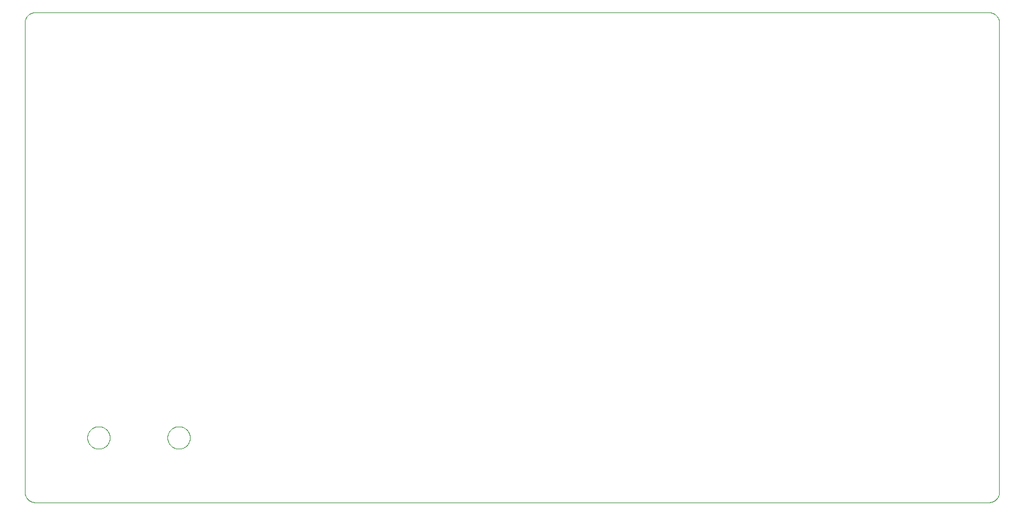
<source format=gko>
G75*
%MOIN*%
%OFA0B0*%
%FSLAX25Y25*%
%IPPOS*%
%LPD*%
%AMOC8*
5,1,8,0,0,1.08239X$1,22.5*
%
%ADD10C,0.00394*%
%ADD11C,0.00000*%
D10*
X0033109Y0146728D02*
X0568542Y0146728D01*
X0568694Y0146730D01*
X0568846Y0146736D01*
X0568998Y0146746D01*
X0569149Y0146759D01*
X0569300Y0146777D01*
X0569451Y0146798D01*
X0569601Y0146824D01*
X0569750Y0146853D01*
X0569899Y0146886D01*
X0570046Y0146923D01*
X0570193Y0146963D01*
X0570338Y0147008D01*
X0570482Y0147056D01*
X0570625Y0147108D01*
X0570767Y0147163D01*
X0570907Y0147222D01*
X0571046Y0147285D01*
X0571183Y0147351D01*
X0571318Y0147421D01*
X0571451Y0147494D01*
X0571582Y0147571D01*
X0571712Y0147651D01*
X0571839Y0147734D01*
X0571964Y0147820D01*
X0572087Y0147910D01*
X0572207Y0148003D01*
X0572325Y0148099D01*
X0572441Y0148198D01*
X0572554Y0148300D01*
X0572664Y0148404D01*
X0572772Y0148512D01*
X0572876Y0148622D01*
X0572978Y0148735D01*
X0573077Y0148851D01*
X0573173Y0148969D01*
X0573266Y0149089D01*
X0573356Y0149212D01*
X0573442Y0149337D01*
X0573525Y0149464D01*
X0573605Y0149594D01*
X0573682Y0149725D01*
X0573755Y0149858D01*
X0573825Y0149993D01*
X0573891Y0150130D01*
X0573954Y0150269D01*
X0574013Y0150409D01*
X0574068Y0150551D01*
X0574120Y0150694D01*
X0574168Y0150838D01*
X0574213Y0150983D01*
X0574253Y0151130D01*
X0574290Y0151277D01*
X0574323Y0151426D01*
X0574352Y0151575D01*
X0574378Y0151725D01*
X0574399Y0151876D01*
X0574417Y0152027D01*
X0574430Y0152178D01*
X0574440Y0152330D01*
X0574446Y0152482D01*
X0574448Y0152634D01*
X0574448Y0416413D01*
X0574446Y0416565D01*
X0574440Y0416717D01*
X0574430Y0416869D01*
X0574417Y0417020D01*
X0574399Y0417171D01*
X0574378Y0417322D01*
X0574352Y0417472D01*
X0574323Y0417621D01*
X0574290Y0417770D01*
X0574253Y0417917D01*
X0574213Y0418064D01*
X0574168Y0418209D01*
X0574120Y0418353D01*
X0574068Y0418496D01*
X0574013Y0418638D01*
X0573954Y0418778D01*
X0573891Y0418917D01*
X0573825Y0419054D01*
X0573755Y0419189D01*
X0573682Y0419322D01*
X0573605Y0419453D01*
X0573525Y0419583D01*
X0573442Y0419710D01*
X0573356Y0419835D01*
X0573266Y0419958D01*
X0573173Y0420078D01*
X0573077Y0420196D01*
X0572978Y0420312D01*
X0572876Y0420425D01*
X0572772Y0420535D01*
X0572664Y0420643D01*
X0572554Y0420747D01*
X0572441Y0420849D01*
X0572325Y0420948D01*
X0572207Y0421044D01*
X0572087Y0421137D01*
X0571964Y0421227D01*
X0571839Y0421313D01*
X0571712Y0421396D01*
X0571582Y0421476D01*
X0571451Y0421553D01*
X0571318Y0421626D01*
X0571183Y0421696D01*
X0571046Y0421762D01*
X0570907Y0421825D01*
X0570767Y0421884D01*
X0570625Y0421939D01*
X0570482Y0421991D01*
X0570338Y0422039D01*
X0570193Y0422084D01*
X0570046Y0422124D01*
X0569899Y0422161D01*
X0569750Y0422194D01*
X0569601Y0422223D01*
X0569451Y0422249D01*
X0569300Y0422270D01*
X0569149Y0422288D01*
X0568998Y0422301D01*
X0568846Y0422311D01*
X0568694Y0422317D01*
X0568542Y0422319D01*
X0033109Y0422319D01*
X0032957Y0422317D01*
X0032805Y0422311D01*
X0032653Y0422301D01*
X0032502Y0422288D01*
X0032351Y0422270D01*
X0032200Y0422249D01*
X0032050Y0422223D01*
X0031901Y0422194D01*
X0031752Y0422161D01*
X0031605Y0422124D01*
X0031458Y0422084D01*
X0031313Y0422039D01*
X0031169Y0421991D01*
X0031026Y0421939D01*
X0030884Y0421884D01*
X0030744Y0421825D01*
X0030605Y0421762D01*
X0030468Y0421696D01*
X0030333Y0421626D01*
X0030200Y0421553D01*
X0030069Y0421476D01*
X0029939Y0421396D01*
X0029812Y0421313D01*
X0029687Y0421227D01*
X0029564Y0421137D01*
X0029444Y0421044D01*
X0029326Y0420948D01*
X0029210Y0420849D01*
X0029097Y0420747D01*
X0028987Y0420643D01*
X0028879Y0420535D01*
X0028775Y0420425D01*
X0028673Y0420312D01*
X0028574Y0420196D01*
X0028478Y0420078D01*
X0028385Y0419958D01*
X0028295Y0419835D01*
X0028209Y0419710D01*
X0028126Y0419583D01*
X0028046Y0419453D01*
X0027969Y0419322D01*
X0027896Y0419189D01*
X0027826Y0419054D01*
X0027760Y0418917D01*
X0027697Y0418778D01*
X0027638Y0418638D01*
X0027583Y0418496D01*
X0027531Y0418353D01*
X0027483Y0418209D01*
X0027438Y0418064D01*
X0027398Y0417917D01*
X0027361Y0417770D01*
X0027328Y0417621D01*
X0027299Y0417472D01*
X0027273Y0417322D01*
X0027252Y0417171D01*
X0027234Y0417020D01*
X0027221Y0416869D01*
X0027211Y0416717D01*
X0027205Y0416565D01*
X0027203Y0416413D01*
X0027203Y0152634D01*
X0027205Y0152482D01*
X0027211Y0152330D01*
X0027221Y0152178D01*
X0027234Y0152027D01*
X0027252Y0151876D01*
X0027273Y0151725D01*
X0027299Y0151575D01*
X0027328Y0151426D01*
X0027361Y0151277D01*
X0027398Y0151130D01*
X0027438Y0150983D01*
X0027483Y0150838D01*
X0027531Y0150694D01*
X0027583Y0150551D01*
X0027638Y0150409D01*
X0027697Y0150269D01*
X0027760Y0150130D01*
X0027826Y0149993D01*
X0027896Y0149858D01*
X0027969Y0149725D01*
X0028046Y0149594D01*
X0028126Y0149464D01*
X0028209Y0149337D01*
X0028295Y0149212D01*
X0028385Y0149089D01*
X0028478Y0148969D01*
X0028574Y0148851D01*
X0028673Y0148735D01*
X0028775Y0148622D01*
X0028879Y0148512D01*
X0028987Y0148404D01*
X0029097Y0148300D01*
X0029210Y0148198D01*
X0029326Y0148099D01*
X0029444Y0148003D01*
X0029564Y0147910D01*
X0029687Y0147820D01*
X0029812Y0147734D01*
X0029939Y0147651D01*
X0030069Y0147571D01*
X0030200Y0147494D01*
X0030333Y0147421D01*
X0030468Y0147351D01*
X0030605Y0147285D01*
X0030744Y0147222D01*
X0030884Y0147163D01*
X0031026Y0147108D01*
X0031169Y0147056D01*
X0031313Y0147008D01*
X0031458Y0146963D01*
X0031605Y0146923D01*
X0031752Y0146886D01*
X0031901Y0146853D01*
X0032050Y0146824D01*
X0032200Y0146798D01*
X0032351Y0146777D01*
X0032502Y0146759D01*
X0032653Y0146746D01*
X0032805Y0146736D01*
X0032957Y0146730D01*
X0033109Y0146728D01*
D11*
X0062381Y0183146D02*
X0062383Y0183304D01*
X0062389Y0183462D01*
X0062399Y0183620D01*
X0062413Y0183778D01*
X0062431Y0183935D01*
X0062452Y0184092D01*
X0062478Y0184248D01*
X0062508Y0184404D01*
X0062541Y0184559D01*
X0062579Y0184712D01*
X0062620Y0184865D01*
X0062665Y0185017D01*
X0062714Y0185168D01*
X0062767Y0185317D01*
X0062823Y0185465D01*
X0062883Y0185611D01*
X0062947Y0185756D01*
X0063015Y0185899D01*
X0063086Y0186041D01*
X0063160Y0186181D01*
X0063238Y0186318D01*
X0063320Y0186454D01*
X0063404Y0186588D01*
X0063493Y0186719D01*
X0063584Y0186848D01*
X0063679Y0186975D01*
X0063776Y0187100D01*
X0063877Y0187222D01*
X0063981Y0187341D01*
X0064088Y0187458D01*
X0064198Y0187572D01*
X0064311Y0187683D01*
X0064426Y0187792D01*
X0064544Y0187897D01*
X0064665Y0187999D01*
X0064788Y0188099D01*
X0064914Y0188195D01*
X0065042Y0188288D01*
X0065172Y0188378D01*
X0065305Y0188464D01*
X0065440Y0188548D01*
X0065576Y0188627D01*
X0065715Y0188704D01*
X0065856Y0188776D01*
X0065998Y0188846D01*
X0066142Y0188911D01*
X0066288Y0188973D01*
X0066435Y0189031D01*
X0066584Y0189086D01*
X0066734Y0189137D01*
X0066885Y0189184D01*
X0067037Y0189227D01*
X0067190Y0189266D01*
X0067345Y0189302D01*
X0067500Y0189333D01*
X0067656Y0189361D01*
X0067812Y0189385D01*
X0067969Y0189405D01*
X0068127Y0189421D01*
X0068284Y0189433D01*
X0068443Y0189441D01*
X0068601Y0189445D01*
X0068759Y0189445D01*
X0068917Y0189441D01*
X0069076Y0189433D01*
X0069233Y0189421D01*
X0069391Y0189405D01*
X0069548Y0189385D01*
X0069704Y0189361D01*
X0069860Y0189333D01*
X0070015Y0189302D01*
X0070170Y0189266D01*
X0070323Y0189227D01*
X0070475Y0189184D01*
X0070626Y0189137D01*
X0070776Y0189086D01*
X0070925Y0189031D01*
X0071072Y0188973D01*
X0071218Y0188911D01*
X0071362Y0188846D01*
X0071504Y0188776D01*
X0071645Y0188704D01*
X0071784Y0188627D01*
X0071920Y0188548D01*
X0072055Y0188464D01*
X0072188Y0188378D01*
X0072318Y0188288D01*
X0072446Y0188195D01*
X0072572Y0188099D01*
X0072695Y0187999D01*
X0072816Y0187897D01*
X0072934Y0187792D01*
X0073049Y0187683D01*
X0073162Y0187572D01*
X0073272Y0187458D01*
X0073379Y0187341D01*
X0073483Y0187222D01*
X0073584Y0187100D01*
X0073681Y0186975D01*
X0073776Y0186848D01*
X0073867Y0186719D01*
X0073956Y0186588D01*
X0074040Y0186454D01*
X0074122Y0186318D01*
X0074200Y0186181D01*
X0074274Y0186041D01*
X0074345Y0185899D01*
X0074413Y0185756D01*
X0074477Y0185611D01*
X0074537Y0185465D01*
X0074593Y0185317D01*
X0074646Y0185168D01*
X0074695Y0185017D01*
X0074740Y0184865D01*
X0074781Y0184712D01*
X0074819Y0184559D01*
X0074852Y0184404D01*
X0074882Y0184248D01*
X0074908Y0184092D01*
X0074929Y0183935D01*
X0074947Y0183778D01*
X0074961Y0183620D01*
X0074971Y0183462D01*
X0074977Y0183304D01*
X0074979Y0183146D01*
X0074977Y0182988D01*
X0074971Y0182830D01*
X0074961Y0182672D01*
X0074947Y0182514D01*
X0074929Y0182357D01*
X0074908Y0182200D01*
X0074882Y0182044D01*
X0074852Y0181888D01*
X0074819Y0181733D01*
X0074781Y0181580D01*
X0074740Y0181427D01*
X0074695Y0181275D01*
X0074646Y0181124D01*
X0074593Y0180975D01*
X0074537Y0180827D01*
X0074477Y0180681D01*
X0074413Y0180536D01*
X0074345Y0180393D01*
X0074274Y0180251D01*
X0074200Y0180111D01*
X0074122Y0179974D01*
X0074040Y0179838D01*
X0073956Y0179704D01*
X0073867Y0179573D01*
X0073776Y0179444D01*
X0073681Y0179317D01*
X0073584Y0179192D01*
X0073483Y0179070D01*
X0073379Y0178951D01*
X0073272Y0178834D01*
X0073162Y0178720D01*
X0073049Y0178609D01*
X0072934Y0178500D01*
X0072816Y0178395D01*
X0072695Y0178293D01*
X0072572Y0178193D01*
X0072446Y0178097D01*
X0072318Y0178004D01*
X0072188Y0177914D01*
X0072055Y0177828D01*
X0071920Y0177744D01*
X0071784Y0177665D01*
X0071645Y0177588D01*
X0071504Y0177516D01*
X0071362Y0177446D01*
X0071218Y0177381D01*
X0071072Y0177319D01*
X0070925Y0177261D01*
X0070776Y0177206D01*
X0070626Y0177155D01*
X0070475Y0177108D01*
X0070323Y0177065D01*
X0070170Y0177026D01*
X0070015Y0176990D01*
X0069860Y0176959D01*
X0069704Y0176931D01*
X0069548Y0176907D01*
X0069391Y0176887D01*
X0069233Y0176871D01*
X0069076Y0176859D01*
X0068917Y0176851D01*
X0068759Y0176847D01*
X0068601Y0176847D01*
X0068443Y0176851D01*
X0068284Y0176859D01*
X0068127Y0176871D01*
X0067969Y0176887D01*
X0067812Y0176907D01*
X0067656Y0176931D01*
X0067500Y0176959D01*
X0067345Y0176990D01*
X0067190Y0177026D01*
X0067037Y0177065D01*
X0066885Y0177108D01*
X0066734Y0177155D01*
X0066584Y0177206D01*
X0066435Y0177261D01*
X0066288Y0177319D01*
X0066142Y0177381D01*
X0065998Y0177446D01*
X0065856Y0177516D01*
X0065715Y0177588D01*
X0065576Y0177665D01*
X0065440Y0177744D01*
X0065305Y0177828D01*
X0065172Y0177914D01*
X0065042Y0178004D01*
X0064914Y0178097D01*
X0064788Y0178193D01*
X0064665Y0178293D01*
X0064544Y0178395D01*
X0064426Y0178500D01*
X0064311Y0178609D01*
X0064198Y0178720D01*
X0064088Y0178834D01*
X0063981Y0178951D01*
X0063877Y0179070D01*
X0063776Y0179192D01*
X0063679Y0179317D01*
X0063584Y0179444D01*
X0063493Y0179573D01*
X0063404Y0179704D01*
X0063320Y0179838D01*
X0063238Y0179974D01*
X0063160Y0180111D01*
X0063086Y0180251D01*
X0063015Y0180393D01*
X0062947Y0180536D01*
X0062883Y0180681D01*
X0062823Y0180827D01*
X0062767Y0180975D01*
X0062714Y0181124D01*
X0062665Y0181275D01*
X0062620Y0181427D01*
X0062579Y0181580D01*
X0062541Y0181733D01*
X0062508Y0181888D01*
X0062478Y0182044D01*
X0062452Y0182200D01*
X0062431Y0182357D01*
X0062413Y0182514D01*
X0062399Y0182672D01*
X0062389Y0182830D01*
X0062383Y0182988D01*
X0062381Y0183146D01*
X0107381Y0183146D02*
X0107383Y0183304D01*
X0107389Y0183462D01*
X0107399Y0183620D01*
X0107413Y0183778D01*
X0107431Y0183935D01*
X0107452Y0184092D01*
X0107478Y0184248D01*
X0107508Y0184404D01*
X0107541Y0184559D01*
X0107579Y0184712D01*
X0107620Y0184865D01*
X0107665Y0185017D01*
X0107714Y0185168D01*
X0107767Y0185317D01*
X0107823Y0185465D01*
X0107883Y0185611D01*
X0107947Y0185756D01*
X0108015Y0185899D01*
X0108086Y0186041D01*
X0108160Y0186181D01*
X0108238Y0186318D01*
X0108320Y0186454D01*
X0108404Y0186588D01*
X0108493Y0186719D01*
X0108584Y0186848D01*
X0108679Y0186975D01*
X0108776Y0187100D01*
X0108877Y0187222D01*
X0108981Y0187341D01*
X0109088Y0187458D01*
X0109198Y0187572D01*
X0109311Y0187683D01*
X0109426Y0187792D01*
X0109544Y0187897D01*
X0109665Y0187999D01*
X0109788Y0188099D01*
X0109914Y0188195D01*
X0110042Y0188288D01*
X0110172Y0188378D01*
X0110305Y0188464D01*
X0110440Y0188548D01*
X0110576Y0188627D01*
X0110715Y0188704D01*
X0110856Y0188776D01*
X0110998Y0188846D01*
X0111142Y0188911D01*
X0111288Y0188973D01*
X0111435Y0189031D01*
X0111584Y0189086D01*
X0111734Y0189137D01*
X0111885Y0189184D01*
X0112037Y0189227D01*
X0112190Y0189266D01*
X0112345Y0189302D01*
X0112500Y0189333D01*
X0112656Y0189361D01*
X0112812Y0189385D01*
X0112969Y0189405D01*
X0113127Y0189421D01*
X0113284Y0189433D01*
X0113443Y0189441D01*
X0113601Y0189445D01*
X0113759Y0189445D01*
X0113917Y0189441D01*
X0114076Y0189433D01*
X0114233Y0189421D01*
X0114391Y0189405D01*
X0114548Y0189385D01*
X0114704Y0189361D01*
X0114860Y0189333D01*
X0115015Y0189302D01*
X0115170Y0189266D01*
X0115323Y0189227D01*
X0115475Y0189184D01*
X0115626Y0189137D01*
X0115776Y0189086D01*
X0115925Y0189031D01*
X0116072Y0188973D01*
X0116218Y0188911D01*
X0116362Y0188846D01*
X0116504Y0188776D01*
X0116645Y0188704D01*
X0116784Y0188627D01*
X0116920Y0188548D01*
X0117055Y0188464D01*
X0117188Y0188378D01*
X0117318Y0188288D01*
X0117446Y0188195D01*
X0117572Y0188099D01*
X0117695Y0187999D01*
X0117816Y0187897D01*
X0117934Y0187792D01*
X0118049Y0187683D01*
X0118162Y0187572D01*
X0118272Y0187458D01*
X0118379Y0187341D01*
X0118483Y0187222D01*
X0118584Y0187100D01*
X0118681Y0186975D01*
X0118776Y0186848D01*
X0118867Y0186719D01*
X0118956Y0186588D01*
X0119040Y0186454D01*
X0119122Y0186318D01*
X0119200Y0186181D01*
X0119274Y0186041D01*
X0119345Y0185899D01*
X0119413Y0185756D01*
X0119477Y0185611D01*
X0119537Y0185465D01*
X0119593Y0185317D01*
X0119646Y0185168D01*
X0119695Y0185017D01*
X0119740Y0184865D01*
X0119781Y0184712D01*
X0119819Y0184559D01*
X0119852Y0184404D01*
X0119882Y0184248D01*
X0119908Y0184092D01*
X0119929Y0183935D01*
X0119947Y0183778D01*
X0119961Y0183620D01*
X0119971Y0183462D01*
X0119977Y0183304D01*
X0119979Y0183146D01*
X0119977Y0182988D01*
X0119971Y0182830D01*
X0119961Y0182672D01*
X0119947Y0182514D01*
X0119929Y0182357D01*
X0119908Y0182200D01*
X0119882Y0182044D01*
X0119852Y0181888D01*
X0119819Y0181733D01*
X0119781Y0181580D01*
X0119740Y0181427D01*
X0119695Y0181275D01*
X0119646Y0181124D01*
X0119593Y0180975D01*
X0119537Y0180827D01*
X0119477Y0180681D01*
X0119413Y0180536D01*
X0119345Y0180393D01*
X0119274Y0180251D01*
X0119200Y0180111D01*
X0119122Y0179974D01*
X0119040Y0179838D01*
X0118956Y0179704D01*
X0118867Y0179573D01*
X0118776Y0179444D01*
X0118681Y0179317D01*
X0118584Y0179192D01*
X0118483Y0179070D01*
X0118379Y0178951D01*
X0118272Y0178834D01*
X0118162Y0178720D01*
X0118049Y0178609D01*
X0117934Y0178500D01*
X0117816Y0178395D01*
X0117695Y0178293D01*
X0117572Y0178193D01*
X0117446Y0178097D01*
X0117318Y0178004D01*
X0117188Y0177914D01*
X0117055Y0177828D01*
X0116920Y0177744D01*
X0116784Y0177665D01*
X0116645Y0177588D01*
X0116504Y0177516D01*
X0116362Y0177446D01*
X0116218Y0177381D01*
X0116072Y0177319D01*
X0115925Y0177261D01*
X0115776Y0177206D01*
X0115626Y0177155D01*
X0115475Y0177108D01*
X0115323Y0177065D01*
X0115170Y0177026D01*
X0115015Y0176990D01*
X0114860Y0176959D01*
X0114704Y0176931D01*
X0114548Y0176907D01*
X0114391Y0176887D01*
X0114233Y0176871D01*
X0114076Y0176859D01*
X0113917Y0176851D01*
X0113759Y0176847D01*
X0113601Y0176847D01*
X0113443Y0176851D01*
X0113284Y0176859D01*
X0113127Y0176871D01*
X0112969Y0176887D01*
X0112812Y0176907D01*
X0112656Y0176931D01*
X0112500Y0176959D01*
X0112345Y0176990D01*
X0112190Y0177026D01*
X0112037Y0177065D01*
X0111885Y0177108D01*
X0111734Y0177155D01*
X0111584Y0177206D01*
X0111435Y0177261D01*
X0111288Y0177319D01*
X0111142Y0177381D01*
X0110998Y0177446D01*
X0110856Y0177516D01*
X0110715Y0177588D01*
X0110576Y0177665D01*
X0110440Y0177744D01*
X0110305Y0177828D01*
X0110172Y0177914D01*
X0110042Y0178004D01*
X0109914Y0178097D01*
X0109788Y0178193D01*
X0109665Y0178293D01*
X0109544Y0178395D01*
X0109426Y0178500D01*
X0109311Y0178609D01*
X0109198Y0178720D01*
X0109088Y0178834D01*
X0108981Y0178951D01*
X0108877Y0179070D01*
X0108776Y0179192D01*
X0108679Y0179317D01*
X0108584Y0179444D01*
X0108493Y0179573D01*
X0108404Y0179704D01*
X0108320Y0179838D01*
X0108238Y0179974D01*
X0108160Y0180111D01*
X0108086Y0180251D01*
X0108015Y0180393D01*
X0107947Y0180536D01*
X0107883Y0180681D01*
X0107823Y0180827D01*
X0107767Y0180975D01*
X0107714Y0181124D01*
X0107665Y0181275D01*
X0107620Y0181427D01*
X0107579Y0181580D01*
X0107541Y0181733D01*
X0107508Y0181888D01*
X0107478Y0182044D01*
X0107452Y0182200D01*
X0107431Y0182357D01*
X0107413Y0182514D01*
X0107399Y0182672D01*
X0107389Y0182830D01*
X0107383Y0182988D01*
X0107381Y0183146D01*
M02*

</source>
